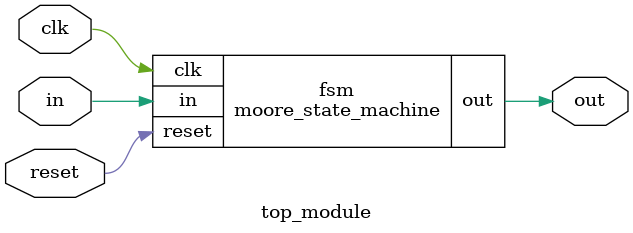
<source format=sv>
module moore_state_machine (
   input clk,
   input in,
   input reset,
   output reg out
);

   reg [1:0] state;
   reg [1:0] next_state;

   // State assignments
   parameter A = 2'b00;
   parameter B = 2'b01;
   parameter C = 2'b10;
   parameter D = 2'b11;

   always @(posedge clk or posedge reset) begin
      if (reset) begin
         state <= A;
      end
      else begin
         state <= next_state;
      end
   end

   always @(*) begin
      case(state)
         A: begin
            if (in) begin
               next_state = B;
            end
            else begin
               next_state = A;
            end
            out = 0;
         end
         B: begin
            if (in) begin
               next_state = B;
            end
            else begin
               next_state = C;
            end
            out = 0;
         end
         C: begin
            if (in) begin
               next_state = D;
            end
            else begin
               next_state = A;
            end
            out = 0;
         end
         D: begin
            if (in) begin
               next_state = B;
            end
            else begin
               next_state = C;
            end
            out = 1;
         end
         default: begin
            next_state = A;
            out = 0;
         end
      endcase
   end

endmodule
module top_module (
   input clk,
   input in,
   input reset,
   output out
);

   moore_state_machine fsm (
      .clk(clk),
      .in(in),
      .reset(reset),
      .out(out)
   );

endmodule

</source>
